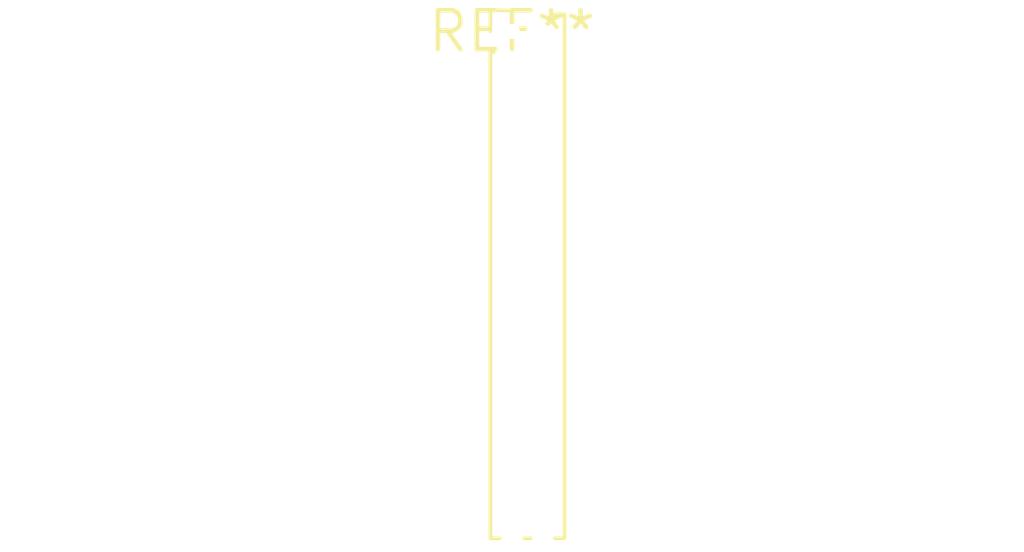
<source format=kicad_pcb>
(kicad_pcb (version 20240108) (generator pcbnew)
  (layers (0 "F.Cu" signal) (31 "B.Cu" signal) (34 "B.Paste" user) (35 "F.Paste" user) (36 "B.SilkS" user "B.Silkscreen") (37 "F.SilkS" user "F.Silkscreen") (38 "B.Mask" user) (39 "F.Mask" user) (44 "Edge.Cuts" user))
  (net 0 "")
  (footprint "PinHeader_2x17_P1.00mm_Vertical" (layer "F.Cu") (at 0 0)
    (property "Reference" "REF**")
    (property "Value" "PinHeader_2x17_P1.00mm_Vertical")
    (fp_line (start -0.71 -0.685) (end 0 -0.685) (layer "F.SilkS") (stroke (width 0.12)))
    (fp_line (start -0.71 0) (end -0.71 -0.685) (layer "F.SilkS") (stroke (width 0.12)))
    (fp_line (start -0.71 0.685) (end -0.71 16.56) (layer "F.SilkS") (stroke (width 0.12)))
    (fp_line (start -0.71 0.685) (end -0.608276 0.685) (layer "F.SilkS") (stroke (width 0.12)))
    (fp_line (start -0.71 16.56) (end -0.394493 16.56) (layer "F.SilkS") (stroke (width 0.12)))
    (fp_line (start 0.394493 16.56) (end 0.605507 16.56) (layer "F.SilkS") (stroke (width 0.12)))
    (fp_line (start 1.394493 -0.56) (end 1.71 -0.56) (layer "F.SilkS") (stroke (width 0.12)))
    (fp_line (start 1.394493 16.56) (end 1.71 16.56) (layer "F.SilkS") (stroke (width 0.12)))
    (fp_line (start 1.71 -0.56) (end 1.71 16.56) (layer "F.SilkS") (stroke (width 0.12)))
    (pad "1" thru_hole rect (at 0 0) (size 0.85 0.85) (drill 0.5) (layers *.Cu *.Mask) (remove_unused_layers))
    (pad "2" thru_hole oval (at 1 0) (size 0.85 0.85) (drill 0.5) (layers *.Cu *.Mask) (remove_unused_layers))
    (pad "3" thru_hole oval (at 0 1) (size 0.85 0.85) (drill 0.5) (layers *.Cu *.Mask) (remove_unused_layers))
    (pad "4" thru_hole oval (at 1 1) (size 0.85 0.85) (drill 0.5) (layers *.Cu *.Mask) (remove_unused_layers))
    (pad "5" thru_hole oval (at 0 2) (size 0.85 0.85) (drill 0.5) (layers *.Cu *.Mask) (remove_unused_layers))
    (pad "6" thru_hole oval (at 1 2) (size 0.85 0.85) (drill 0.5) (layers *.Cu *.Mask) (remove_unused_layers))
    (pad "7" thru_hole oval (at 0 3) (size 0.85 0.85) (drill 0.5) (layers *.Cu *.Mask) (remove_unused_layers))
    (pad "8" thru_hole oval (at 1 3) (size 0.85 0.85) (drill 0.5) (layers *.Cu *.Mask) (remove_unused_layers))
    (pad "9" thru_hole oval (at 0 4) (size 0.85 0.85) (drill 0.5) (layers *.Cu *.Mask) (remove_unused_layers))
    (pad "10" thru_hole oval (at 1 4) (size 0.85 0.85) (drill 0.5) (layers *.Cu *.Mask) (remove_unused_layers))
    (pad "11" thru_hole oval (at 0 5) (size 0.85 0.85) (drill 0.5) (layers *.Cu *.Mask) (remove_unused_layers))
    (pad "12" thru_hole oval (at 1 5) (size 0.85 0.85) (drill 0.5) (layers *.Cu *.Mask) (remove_unused_layers))
    (pad "13" thru_hole oval (at 0 6) (size 0.85 0.85) (drill 0.5) (layers *.Cu *.Mask) (remove_unused_layers))
    (pad "14" thru_hole oval (at 1 6) (size 0.85 0.85) (drill 0.5) (layers *.Cu *.Mask) (remove_unused_layers))
    (pad "15" thru_hole oval (at 0 7) (size 0.85 0.85) (drill 0.5) (layers *.Cu *.Mask) (remove_unused_layers))
    (pad "16" thru_hole oval (at 1 7) (size 0.85 0.85) (drill 0.5) (layers *.Cu *.Mask) (remove_unused_layers))
    (pad "17" thru_hole oval (at 0 8) (size 0.85 0.85) (drill 0.5) (layers *.Cu *.Mask) (remove_unused_layers))
    (pad "18" thru_hole oval (at 1 8) (size 0.85 0.85) (drill 0.5) (layers *.Cu *.Mask) (remove_unused_layers))
    (pad "19" thru_hole oval (at 0 9) (size 0.85 0.85) (drill 0.5) (layers *.Cu *.Mask) (remove_unused_layers))
    (pad "20" thru_hole oval (at 1 9) (size 0.85 0.85) (drill 0.5) (layers *.Cu *.Mask) (remove_unused_layers))
    (pad "21" thru_hole oval (at 0 10) (size 0.85 0.85) (drill 0.5) (layers *.Cu *.Mask) (remove_unused_layers))
    (pad "22" thru_hole oval (at 1 10) (size 0.85 0.85) (drill 0.5) (layers *.Cu *.Mask) (remove_unused_layers))
    (pad "23" thru_hole oval (at 0 11) (size 0.85 0.85) (drill 0.5) (layers *.Cu *.Mask) (remove_unused_layers))
    (pad "24" thru_hole oval (at 1 11) (size 0.85 0.85) (drill 0.5) (layers *.Cu *.Mask) (remove_unused_layers))
    (pad "25" thru_hole oval (at 0 12) (size 0.85 0.85) (drill 0.5) (layers *.Cu *.Mask) (remove_unused_layers))
    (pad "26" thru_hole oval (at 1 12) (size 0.85 0.85) (drill 0.5) (layers *.Cu *.Mask) (remove_unused_layers))
    (pad "27" thru_hole oval (at 0 13) (size 0.85 0.85) (drill 0.5) (layers *.Cu *.Mask) (remove_unused_layers))
    (pad "28" thru_hole oval (at 1 13) (size 0.85 0.85) (drill 0.5) (layers *.Cu *.Mask) (remove_unused_layers))
    (pad "29" thru_hole oval (at 0 14) (size 0.85 0.85) (drill 0.5) (layers *.Cu *.Mask) (remove_unused_layers))
    (pad "30" thru_hole oval (at 1 14) (size 0.85 0.85) (drill 0.5) (layers *.Cu *.Mask) (remove_unused_layers))
    (pad "31" thru_hole oval (at 0 15) (size 0.85 0.85) (drill 0.5) (layers *.Cu *.Mask) (remove_unused_layers))
    (pad "32" thru_hole oval (at 1 15) (size 0.85 0.85) (drill 0.5) (layers *.Cu *.Mask) (remove_unused_layers))
    (pad "33" thru_hole oval (at 0 16) (size 0.85 0.85) (drill 0.5) (layers *.Cu *.Mask) (remove_unused_layers))
    (pad "34" thru_hole oval (at 1 16) (size 0.85 0.85) (drill 0.5) (layers *.Cu *.Mask) (remove_unused_layers))
  )
)
</source>
